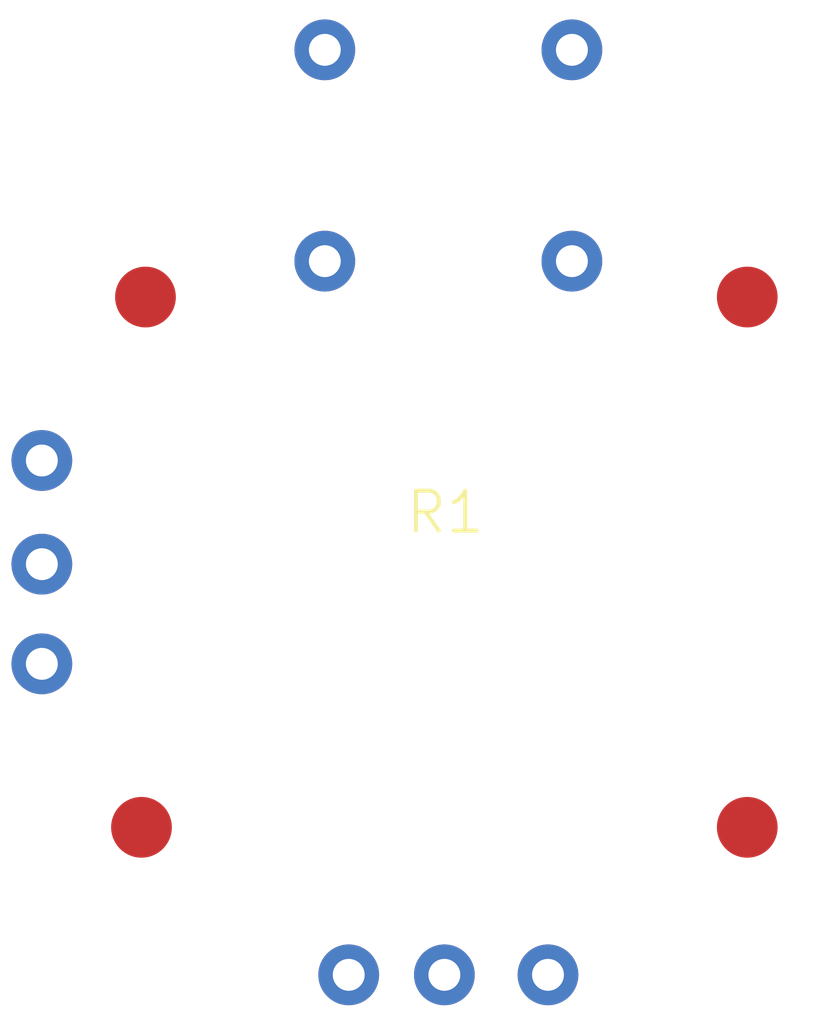
<source format=kicad_pcb>
(kicad_pcb (version 20240108) (generator "pcbnew") (generator_version "8.0")
  (layers (0 "F.Cu" signal) (31 "B.Cu" signal) (34 "B.Paste" user) (35 "F.Paste" user) (36 "B.SilkS" user "B.Silkscreen") (37 "F.SilkS" user "F.Silkscreen") (38 "B.Mask" user) (39 "F.Mask" user) (44 "Edge.Cuts" user))
  (net 0 "")
  (net 1 "Net-(R1-V+)")
  (net 2 "Net-(R1-H+-Pad6)")
  (net 3 "GND")
  (net 4 "Net-(R1-SEL+)")
  (net 5 "Net-(R1-V)")
  (net 6 "Net-(R1-H)")
  (net 7 "3V3")
  (footprint "Empreintes:Joystick" (layer "F.Cu") (at 11.175 12.85)
    (property "Reference" "R1" (at 0 0 0) (layer "F.SilkS") (effects (font (thickness 0.1))))
    (property "Value" "~")
    (pad "1" connect circle (at -7.625 7.9) (size 1.524 1.524) (layers "F.Cu" "F.Mask") (net 1 "Net-(R1-V+)"))
    (pad "1" connect circle (at -7.525 -5.4) (size 1.524 1.524) (layers "F.Cu" "F.Mask") (net 1 "Net-(R1-V+)"))
    (pad "1" thru_hole circle (at -3.025 -11.6) (size 1.524 1.524) (drill 0.8) (layers "*.Cu" "*.Mask") (net 1 "Net-(R1-V+)"))
    (pad "1" connect circle (at 7.575 -5.4) (size 1.524 1.524) (layers "F.Cu" "F.Mask") (net 1 "Net-(R1-V+)"))
    (pad "1" connect circle (at 7.575 7.9) (size 1.524 1.524) (layers "F.Cu" "F.Mask") (net 1 "Net-(R1-V+)"))
    (pad "2" thru_hole circle (at 3.175 -11.6) (size 1.524 1.524) (drill 0.8) (layers "*.Cu" "*.Mask") (net 5 "Net-(R1-V)"))
    (pad "3" thru_hole circle (at -3.025 -6.3) (size 1.524 1.524) (drill 0.8) (layers "*.Cu" "*.Mask") (net 3 "GND"))
    (pad "4" thru_hole circle (at 3.175 -6.3) (size 1.524 1.524) (drill 0.8) (layers "*.Cu" "*.Mask") (net 3 "GND"))
    (pad "5" thru_hole circle (at -10.125 -1.3) (size 1.524 1.524) (drill 0.8) (layers "*.Cu" "*.Mask") (net 6 "Net-(R1-H)"))
    (pad "6" thru_hole circle (at -10.125 1.3) (size 1.524 1.524) (drill 0.8) (layers "*.Cu" "*.Mask") (net 2 "Net-(R1-H+-Pad6)"))
    (pad "7" thru_hole circle (at -10.125 3.8) (size 1.524 1.524) (drill 0.8) (layers "*.Cu" "*.Mask") (net 4 "Net-(R1-SEL+)"))
    (pad "8" thru_hole circle (at -2.425 11.6) (size 1.524 1.524) (drill 0.8) (layers "*.Cu" "*.Mask") (net 7 "3V3"))
    (pad "9" thru_hole circle (at -0.025 11.6) (size 1.524 1.524) (drill 0.8) (layers "*.Cu" "*.Mask"))
    (pad "10" thru_hole circle (at 2.575 11.6) (size 1.524 1.524) (drill 0.8) (layers "*.Cu" "*.Mask"))
  )
)
</source>
